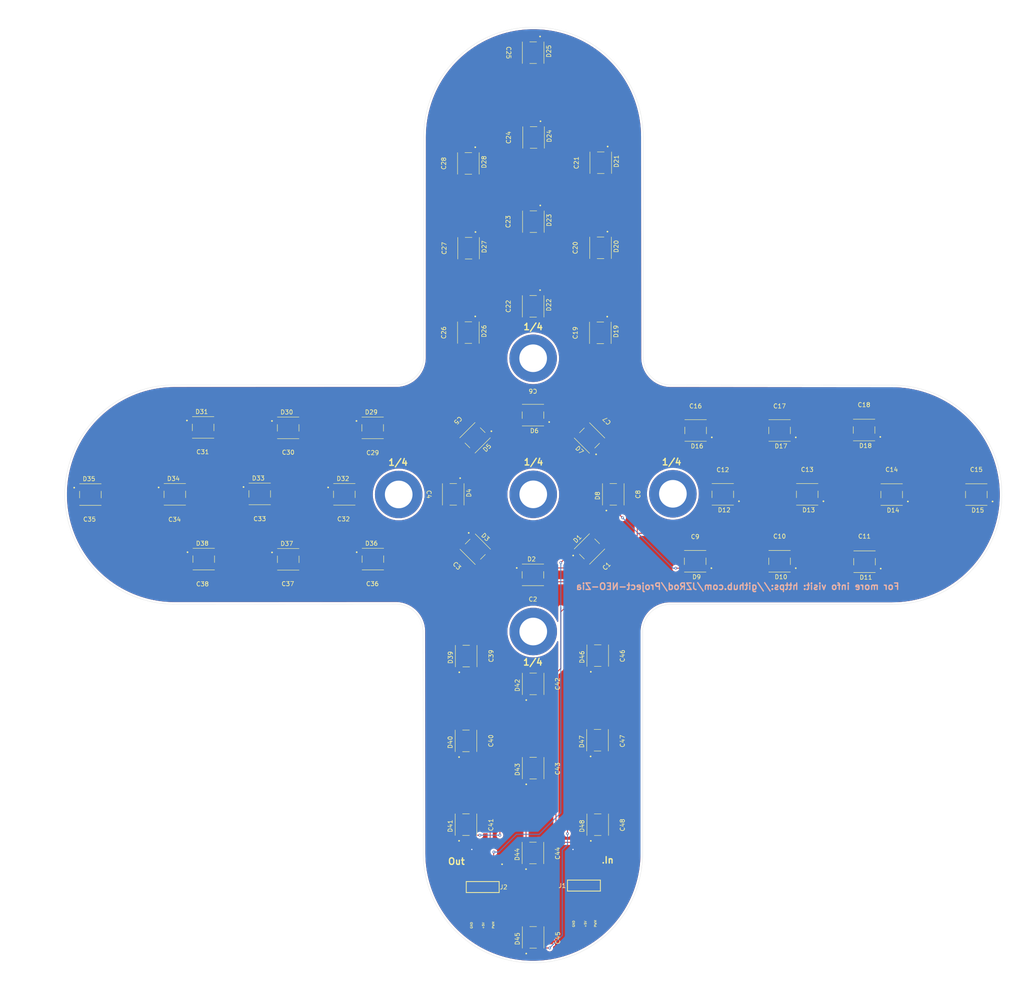
<source format=kicad_pcb>
(kicad_pcb (version 20241229) (generator "pcbnew") (generator_version "9.0")
  (title_block (title "Project NEO Zia") (date "5/19/2025") (rev "3"))
  (layers (0 "F.Cu" signal) (2 "B.Cu" signal) (13 "F.Paste" user) (15 "B.Paste" user) (5 "F.SilkS" user "F.Silkscreen") (7 "B.SilkS" user "B.Silkscreen") (1 "F.Mask" user) (3 "B.Mask" user) (25 "Edge.Cuts" user))
  (net 0 "")
  (net 1 "Net-(D1-DIN)")
  (net 2 "GND")
  (net 3 "Net-(D1-DOUT)")
  (net 4 "+5V")
  (net 5 "Net-(D2-DIN)")
  (net 6 "Net-(D10-DIN)")
  (net 7 "Net-(D3-DIN)")
  (net 8 "Net-(D5-DIN)")
  (net 9 "Net-(D6-DIN)")
  (net 10 "Net-(D4-DIN)")
  (net 11 "Net-(D7-DIN)")
  (net 12 "Net-(D10-DOUT)")
  (net 13 "Net-(D17-DIN)")
  (net 14 "Net-(D11-DIN)")
  (net 15 "Net-(D8-DIN)")
  (net 16 "Net-(D18-DIN)")
  (net 17 "Net-(D12-DIN)")
  (net 18 "Net-(D13-DIN)")
  (net 19 "Net-(D19-DIN)")
  (net 20 "Net-(D14-DIN)")
  (net 21 "Net-(D15-DIN)")
  (net 22 "Net-(D16-DIN)")
  (net 23 "Net-(D20-DIN)")
  (net 24 "Net-(D27-DIN)")
  (net 25 "Net-(D21-DIN)")
  (net 26 "Net-(D28-DIN)")
  (net 27 "Net-(D22-DIN)")
  (net 28 "Net-(D29-DIN)")
  (net 29 "Net-(D23-DIN)")
  (net 30 "Net-(D24-DIN)")
  (net 31 "Net-(D25-DIN)")
  (net 32 "Net-(D26-DIN)")
  (net 33 "Net-(D30-DIN)")
  (net 34 "Net-(D34-DIN)")
  (net 35 "Net-(D31-DIN)")
  (net 36 "Net-(D32-DIN)")
  (net 37 "Net-(D37-DIN)")
  (net 38 "Net-(D33-DIN)")
  (net 39 "Net-(D38-DIN)")
  (net 40 "Net-(D36-DIN)")
  (net 41 "Net-(D39-DIN)")
  (net 42 "Net-(D40-DIN)")
  (net 43 "Net-(D41-DIN)")
  (net 44 "Net-(D42-DIN)")
  (net 45 "Net-(D43-DIN)")
  (net 46 "Net-(D44-DIN)")
  (net 47 "Net-(D45-DIN)")
  (net 48 "Net-(D46-DIN)")
  (net 49 "Net-(D47-DIN)")
  (net 50 "Net-(D48-DIN)")
  (net 51 "Net-(D35-DIN)")
  (footprint "CustomParts:LED_1655" (layer "F.Cu") (at 212.95 233.3625 90)
    (property "Reference" "D44")
    (property "Value" "1655 NeoPixel")
  )
  (footprint "CustomParts:LED_1655" (layer "F.Cu") (at 289.6125 135.4 180)
    (property "Reference" "D18")
    (property "Value" "1655 NeoPixel")
  )
  (footprint "CustomParts:C0805C104M4RACTU" (layer "F.Cu") (at 296 146.45)
    (property "Reference" "C14")
    (property "Value" "C_Small")
  )
  (footprint "CustomParts:LED_1655" (layer "F.Cu") (at 156.3 165.35)
    (property "Reference" "D37")
    (property "Value" "1655 NeoPixel")
  )
  (footprint "CustomParts:LED_1655" (layer "F.Cu") (at 228.65 73.4875 -90)
    (property "Reference" "D21")
    (property "Value" "1655 NeoPixel")
  )
  (footprint "CustomParts:C0805C104M4RACTU" (layer "F.Cu") (at 276.45 146.45)
    (property "Reference" "C13")
    (property "Value" "C_Small")
  )
  (footprint "CustomParts:C0805C104M4RACTU" (layer "F.Cu") (at 216.8 213.85 -90)
    (property "Reference" "C43")
    (property "Value" "C_Small")
  )
  (footprint "CustomParts:LED_1655" (layer "F.Cu") (at 228.6 93.2 -90)
    (property "Reference" "D20")
    (property "Value" "1655 NeoPixel")
  )
  (footprint "CustomParts:LED_1655" (layer "F.Cu") (at 231.55 150.3 90)
    (property "Reference" "D8")
    (property "Value" "1655 NeoPixel")
  )
  (footprint "CustomParts:C0805C104M4RACTU" (layer "F.Cu") (at 130 154.25 180)
    (property "Reference" "C34")
    (property "Value" "C_Small")
  )
  (footprint "CustomParts:C0805C104M4RACTU" (layer "F.Cu") (at 136.45 169.2 180)
    (property "Reference" "C38")
    (property "Value" "C_Small")
  )
  (footprint "CustomParts:C0805C104M4RACTU" (layer "F.Cu") (at 270.05 161.9)
    (property "Reference" "C10")
    (property "Value" "C_Small")
  )
  (footprint "CustomParts:C0805C104M4RACTU" (layer "F.Cu") (at 149.7 154.1 180)
    (property "Reference" "C33")
    (property "Value" "C_Small")
  )
  (footprint "CustomParts:C0805C104M4RACTU" (layer "F.Cu") (at 194.2 73.65 90)
    (property "Reference" "C28")
    (property "Value" "C_Small")
  )
  (footprint "CustomParts:C0805C104M4RACTU" (layer "F.Cu") (at 136.5 138.6 180)
    (property "Reference" "C31")
    (property "Value" "C_Small")
  )
  (footprint "CustomParts:LED_1655" (layer "F.Cu") (at 213 252.9125 90)
    (property "Reference" "D45")
    (property "Value" "1655 NeoPixel")
  )
  (footprint "CustomParts:LED_1655" (layer "F.Cu") (at 156.2875 134.9)
    (property "Reference" "D30")
    (property "Value" "1655 NeoPixel")
  )
  (footprint "CustomParts:LED_1655" (layer "F.Cu") (at 296 150.35 180)
    (property "Reference" "D14")
    (property "Value" "1655 NeoPixel")
  )
  (footprint "CustomParts:C0805C104M4RACTU" (layer "F.Cu") (at 209.1 87.15 90)
    (property "Reference" "C23")
    (property "Value" "C_Small")
  )
  (footprint "CustomParts:LED_1655" (layer "F.Cu") (at 175.85 134.9)
    (property "Reference" "D29")
    (property "Value" "1655 NeoPixel")
  )
  (footprint "CustomParts:SAMTEC_TSM-103-02-X-SH" (layer "F.Cu") (at 201.325 241.255 180)
    (property "Reference" "J2")
    (property "Value" "TSM-103-02-X-SH")
  )
  (footprint "CustomParts:C0805C104M4RACTU" (layer "F.Cu") (at 209.15 106.75 90)
    (property "Reference" "C22")
    (property "Value" "C_Small")
  )
  (footprint "CustomParts:LED_1655" (layer "F.Cu") (at 175.9 165.3)
    (property "Reference" "D36")
    (property "Value" "1655 NeoPixel")
  )
  (footprint "CustomParts:LED_1655" (layer "F.Cu") (at 130.05 150.3)
    (property "Reference" "D34")
    (property "Value" "1655 NeoPixel")
  )
  (footprint "CustomParts:C0805C104M4RACTU" (layer "F.Cu") (at 231.8 187.72 -90)
    (property "Reference" "C46")
    (property "Value" "C_Small")
  )
  (footprint "CustomParts:C0805C104M4RACTU" (layer "F.Cu") (at 250.6 131.75)
    (property "Reference" "C16")
    (property "Value" "C_Small")
  )
  (footprint "CustomParts:C0805C104M4RACTU" (layer "F.Cu") (at 289.7 161.9)
    (property "Reference" "C11")
    (property "Value" "C_Small")
  )
  (footprint "CustomParts:C0805C104M4RACTU" (layer "F.Cu") (at 228.75 134.6 -45)
    (property "Reference" "C7")
    (property "Value" "C_Small")
  )
  (footprint "CustomParts:C0805C104M4RACTU" (layer "F.Cu") (at 190.75 150.3 90)
    (property "Reference" "C4")
    (property "Value" "C_Small")
  )
  (footprint "CustomParts:LED_1655" (layer "F.Cu") (at 149.7 150.2)
    (property "Reference" "D33")
    (property "Value" "1655 NeoPixel")
  )
  (footprint "CustomParts:C0805C104M4RACTU" (layer "F.Cu") (at 270.05 131.75)
    (property "Reference" "C17")
    (property "Value" "C_Small")
  )
  (footprint "CustomParts:LED_1655" (layer "F.Cu") (at 289.7125 165.9 180)
    (property "Reference" "D11")
    (property "Value" "1655 NeoPixel")
  )
  (footprint "CustomParts:C0805C104M4RACTU" (layer "F.Cu") (at 228.675 165.625 -135)
    (property "Reference" "C1")
    (property "Value" "C_Small")
  )
  (footprint "CustomParts:C0805C104M4RACTU" (layer "F.Cu") (at 156.3 138.7 180)
    (property "Reference" "C30")
    (property "Value" "C_Small")
  )
  (footprint "CustomParts:C0805C104M4RACTU" (layer "F.Cu") (at 224.65 93.2 90)
    (property "Reference" "C20")
    (property "Value" "C_Small")
  )
  (footprint "CustomParts:LED_1655" (layer "F.Cu") (at 212.95 168.95)
    (property "Reference" "D2")
    (property "Value" "1655 NeoPixel")
  )
  (footprint "CustomParts:LED_1655" (layer "F.Cu") (at 228.55 112.8875 -90)
    (property "Reference" "D19")
    (property "Value" "1655 NeoPixel")
  )
  (footprint "CustomParts:SAMTEC_TSM-103-02-X-SH" (layer "F.Cu") (at 224.75 240.925 180)
    (property "Reference" "J1")
    (property "Value" "TSM-103-02-X-SH")
  )
  (footprint "CustomParts:LED_1655" (layer "F.Cu") (at 226.05 162.95 45)
    (property "Reference" "D1")
    (property "Value" "1655 NeoPixel")
  )
  (footprint "MountingHole:MountingHole_6.4mm_M6_DIN965_Pad" (layer "F.Cu") (at 213.025 150.3)
    (property "Reference" "REF**" (hide yes))
    (property "Value" "MountingHole_6.4mm_M6_DIN965_Pad")
  )
  (footprint "CustomParts:C0805C104M4RACTU" (layer "F.Cu") (at 216.85 253.05 -90)
    (property "Reference" "C45")
    (property "Value" "C_Small")
  )
  (footprint "CustomParts:LED_1655" (layer "F.Cu") (at 197.45 207.4 90)
    (property "Reference" "D40")
    (property "Value" "1655 NeoPixel")
  )
  (footprint "CustomParts:LED_1655" (layer "F.Cu") (at 213.05 87.1375 -90)
    (property "Reference" "D23")
    (property "Value" "1655 NeoPixel")
  )
  (footprint "CustomParts:C0805C104M4RACTU" (layer "F.Cu") (at 156.2 169.15 180)
    (property "Reference" "C37")
    (property "Value" "C_Small")
  )
  (footprint "CustomParts:LED_1655" (layer "F.Cu") (at 212.9625 131.95 180)
    (property "Reference" "D6")
    (property "Value" "1655 NeoPixel")
  )
  (footprint "CustomParts:LED_1655" (layer "F.Cu") (at 213 48 -90)
    (property "Reference" "D25")
    (property "Value" "1655 NeoPixel")
  )
  (footprint "CustomParts:C0805C104M4RACTU" (layer "F.Cu") (at 212.95 128.25)
    (property "Reference" "C6")
    (property "Value" "C_Small")
  )
  (footprint "CustomParts:LED_1655" (layer "F.Cu") (at 227.95 187.65 90)
    (property "Reference" "D46")
    (property "Value" "1655 NeoPixel")
  )
  (footprint "CustomParts:C0805C104M4RACTU" (layer "F.Cu") (at 209.2 67.65 90)
    (property "Reference" "C24")
    (property "Value" "C_Small")
  )
  (footprint "CustomParts:C0805C104M4RACTU" (layer "F.Cu") (at 196.675 165.525 135)
    (property "Reference" "C3")
    (property "Value" "C_Small")
  )
  (footprint "CustomParts:C0805C104M4RACTU" (layer "F.Cu") (at 231.8 207.45 -90)
    (property "Reference" "C47")
    (property "Value" "C_Small")
  )
  (footprint "CustomParts:LED_1655" (layer "F.Cu") (at 194.5 150.3 -90)
    (property "Reference" "D4")
    (property "Value" "1655 NeoPixel")
  )
  (footprint "CustomParts:C0805C104M4RACTU" (layer "F.Cu") (at 201.35 226.85 -90)
    (property "Reference" "C41")
    (property "Value" "C_Small")
  )
  (footprint "CustomParts:C0805C104M4RACTU" (layer "F.Cu") (at 224.9 73.5 90)
    (property "Reference" "C21")
    (property "Value" "C_Small")
  )
  (footprint "CustomParts:C0805C104M4RACTU" (layer "F.Cu") (at 216.8 194.2 -90)
    (property "Reference" "C42")
    (property "Value" "C_Small")
  )
  (footprint "CustomParts:C0805C104M4RACTU" (layer "F.Cu") (at 175.85 138.8 180)
    (property "Reference" "C29")
    (property "Value" "C_Small")
  )
  (footprint "MountingHole:MountingHole_6.4mm_M6_DIN965_Pad" (layer "F.Cu") (at 213 118.775)
    (property "Reference" "REF**" (hide yes))
    (property "Value" "MountingHole_6.4mm_M6_DIN965_Pad")
  )
  (footprint "CustomParts:LED_1655" (layer "F.Cu") (at 199.601041 163.013782 -45)
    (property "Reference" "D3")
    (property "Value" "1655 NeoPixel")
  )
  (footprint "CustomParts:C0805C104M4RACTU" (layer "F.Cu") (at 169.1 154.15 180)
    (property "Reference" "C32")
    (property "Value" "C_Small")
  )
  (footprint "CustomParts:LED_1655" (layer "F.Cu") (at 226.05 137.25 135)
    (property "Reference" "D7")
    (property "Value" "1655 NeoPixel")
  )
  (footprint "CustomParts:C0805C104M4RACTU" (layer "F.Cu") (at 315.6 146.45)
    (property "Reference" "C15")
    (property "Value" "C_Small")
  )
  (footprint "CustomParts:C0805C104M4RACTU" (layer "F.Cu") (at 216.8 233.45 -90)
    (property "Reference" "C44")
    (property "Value" "C_Small")
  )
  (footprint "CustomParts:C0805C104M4RACTU" (layer "F.Cu") (at 224.65 112.9 90)
    (property "Reference" "C19")
    (property "Value" "C_Small")
  )
  (footprint "CustomParts:C0805C104M4RACTU" (layer "F.Cu") (at 196.925 134.5 45)
    (property "Reference" "C5")
    (property "Value" "C_Small")
  )
  (footprint "CustomParts:LED_1655" (layer "F.Cu") (at 227.9 207.25 90)
    (property "Reference" "D47")
    (property "Value" "1655 NeoPixel")
  )
  (footprint "CustomParts:LED_1655" (layer "F.Cu") (at 315.6 150.35 180)
    (property "Reference" "D15")
    (property "Value" "1655 NeoPixel")
  )
  (footprint "MountingHole:MountingHole_6.4mm_M6_DIN965_Pad" (layer "F.Cu") (at 181.875 150.325 180)
    (property "Reference" "REF**" (hide yes))
    (property "Value" "MountingHole_6.4mm_M6_DIN965_Pad")
  )
  (footprint "CustomParts:C0805C104M4RACTU" (layer "F.Cu") (at 201.4 187.75 -90)
    (property "Reference" "C39")
    (property "Value" "C_Small")
  )
  (footprint "CustomParts:LED_1655" (layer "F.Cu") (at 169.2875 150.3)
    (property "Reference" "D32")
    (property "Value" "1655 NeoPixel")
  )
  (footprint "MountingHole:MountingHole_6.4mm_M6_DIN965_Pad" (layer "F.Cu") (at 213.025 182.075 180)
    (property "Reference" "REF**" (hide yes))
    (property "Value" "MountingHole_6.4mm_M6_DIN965_Pad")
  )
  (footprint "CustomParts:C0805C104M4RACTU" (layer "F.Cu") (at 256.9 146.5)
    (property "Reference" "C12")
    (property "Value" "C_Small")
  )
  (footprint "CustomParts:LED_1655" (layer "F.Cu") (at 199.55 137.2 -135)
    (property "Reference" "D5")
    (property "Value" "1655 NeoPixel")
  )
  (footprint "CustomParts:LED_1655" (layer "F.Cu") (at 250.5125 165.8 180)
    (property "Reference" "D9")
    (property "Value" "1655 NeoPixel")
  )
  (footprint "CustomParts:C0805C104M4RACTU" (layer "F.Cu") (at 235.4 150.3 -90)
    (property "Reference" "C8")
    (property "Value" "C_Small")
  )
  (footprint "CustomParts:LED_1655" (layer "F.Cu") (at 213.1 67.6375 -90)
    (property "Reference" "D24")
    (property "Value" "1655 NeoPixel")
  )
  (footprint "CustomParts:C0805C104M4RACTU" (layer "F.Cu") (at 194.3 93.3 90)
    (property "Reference" "C27")
    (property "Value" "C_Small")
  )
  (footprint "CustomParts:C0805C104M4RACTU" (layer "F.Cu") (at 212.95 172.725 180)
    (property "Reference" "C2")
    (property "Value" "C_Small")
  )
  (footprint "CustomParts:LED_1655" (layer "F.Cu") (at 213 213.7125 90)
    (property "Reference" "D43")
    (property "Value" "1655 NeoPixel")
  )
  (footprint "CustomParts:LED_1655" (layer "F.Cu") (at 197.45 226.8 90)
    (property "Reference" "D41")
    (property "Value" "1655 NeoPixel")
  )
  (footprint "CustomParts:LED_1655" (layer "F.Cu") (at 276.45 150.3 180)
    (property "Reference" "D13")
    (property "Value" "1655 NeoPixel")
  )
  (footprint "CustomParts:C0805C104M4RACTU" (layer "F.Cu") (at 110.3 154.2 180)
    (property "Reference" "C35")
    (property "Value" "C_Small")
  )
  (footprint "CustomParts:LED_1655" (layer "F.Cu") (at 250.6125 135.5 180)
    (property "Reference" "D16")
    (property "Value" "1655 NeoPixel")
  )
  (footprint "CustomParts:C0805C104M4RACTU" (layer "F.Cu") (at 175.8 169.15 180)
    (property "Reference" "C36")
    (property "Value" "C_Small")
  )
  (footprint "CustomParts:C0805C104M4RACTU" (layer "F.Cu") (at 289.6 131.45)
    (property "Reference" "C18")
    (property "Value" "C_Small")
  )
  (footprint "CustomParts:C0805C104M4RACTU" (layer "F.Cu") (at 231.8 226.9 -90)
    (property "Reference" "C48")
    (property "Value" "C_Small")
  )
  (footprint "CustomParts:LED_1655" (layer "F.Cu") (at 198 112.8375 -90)
    (property "Reference" "D26")
    (property "Value" "1655 NeoPixel")
  )
  (footprint "CustomParts:LED_1655" (layer "F.Cu") (at 227.95 226.8125 90)
    (property "Reference" "D48")
    (property "Value" "1655 NeoPixel")
  )
  (footprint "CustomParts:LED_1655" (layer "F.Cu") (at 136.7375 165.3)
    (property "Reference" "D38")
    (property "Value" "1655 NeoPixel")
  )
  (footprint "CustomParts:C0805C104M4RACTU" (layer "F.Cu") (at 194.2 112.85 90)
    (property "Reference" "C26")
    (property "Value" "C_Small")
  )
  (footprint "CustomParts:LED_1655" (layer "F.Cu") (at 136.6 134.8)
    (property "Reference" "D31")
    (property "Value" "1655 NeoPixel")
  )
  (footprint "CustomParts:LED_1655" (layer "F.Cu") (at 213 106.75 -90)
    (property "Reference" "D22")
    (property "Value" "1655 NeoPixel")
  )
  (footprint "CustomParts:C0805C104M4RACTU" (layer "F.Cu") (at 201.35 207.4 -90)
    (property "Reference" "C40")
    (property "Value" "C_Small")
  )
  (footprint "CustomParts:LED_1655" (layer "F.Cu") (at 197.5 187.7625 90)
    (property "Reference" "D39")
    (property "Value" "1655 NeoPixel")
  )
  (footprint "CustomParts:LED_1655" (layer "F.Cu") (at 198 73.65 -90)
    (property "Reference" "D28")
    (property "Value" "1655 NeoPixel")
  )
  (footprint "CustomParts:C0805C104M4RACTU" (layer "F.Cu") (at 209.2 48 90)
    (property "Reference" "C25")
    (property "Value" "C_Small")
  )
  (footprint "CustomParts:LED_1655" (layer "F.Cu") (at 198.05 93.2875 -90)
    (property "Reference" "D27")
    (property "Value" "1655 NeoPixel")
  )
  (footprint "CustomParts:C0805C104M4RACTU" (layer "F.Cu") (at 250.5 162)
    (property "Reference" "C9")
    (property "Value" "C_Small")
  )
  (footprint "CustomParts:LED_1655" (layer "F.Cu") (at 270.05 135.5 180)
    (property "Reference" "D17")
    (property "Value" "1655 NeoPixel")
  )
  (footprint "MountingHole:MountingHole_6.4mm_M6_DIN965_Pad" (layer "F.Cu") (at 245.35 150.175)
    (property "Reference" "REF**" (hide yes))
    (property "Value" "MountingHole_6.4mm_M6_DIN965_Pad")
  )
  (footprint "CustomParts:LED_1655" (layer "F.Cu") (at 270.05 165.8 180)
    (property "Reference" "D10")
    (property "Value" "1655 NeoPixel")
  )
  (footprint "CustomParts:LED_1655" (layer "F.Cu") (at 110.5 150.35)
    (property "Reference" "D35")
    (property "Value" "1655 NeoPixel")
  )
  (footprint "CustomParts:LED_1655" (layer "F.Cu") (at 213 194.2 90)
    (property "Reference" "D42")
    (property "Value" "1655 NeoPixel")
  )
  (footprint "CustomParts:LED_1655" (layer "F.Cu") (at 256.9 150.3 180)
    (property "Reference" "D12")
    (property "Value" "1655 NeoPixel")
  )
  (gr_line (start 296.125 175.8) (end 244.7 175.8) (stroke (width 0.05)) (layer "Edge.Cuts"))
  (gr_line (start 187.55 233.425) (end 187.51 182.075) (stroke (width 0.05)) (layer "Edge.Cuts"))
  (gr_line (start 238.47498 67.475) (end 238.515128 118.6) (stroke (width 0.05)) (layer "Edge.Cuts"))
  (gr_arc (start 238.35 233.425) (mid 212.95 258.825) (end 187.55 233.425) (stroke (width 0.05)) (layer "Edge.Cuts"))
  (gr_arc (start 296.125 125) (mid 321.525 150.4) (end 296.125 175.8) (stroke (width 0.05)) (layer "Edge.Cuts"))
  (gr_arc (start 238.35 182.15) (mid 240.209872 177.659872) (end 244.7 175.8) (stroke (width 0.05)) (layer "Edge.Cuts"))
  (gr_line (start 129.975 175.75) (end 181.16 175.725) (stroke (width 0.05)) (layer "Edge.Cuts"))
  (gr_line (start 187.675 67.475) (end 187.659872 118.575) (stroke (width 0.05)) (layer "Edge.Cuts"))
  (gr_arc (start 187.659872 118.575) (mid 185.8 123.065128) (end 181.309872 124.925) (stroke (width 0.05)) (layer "Edge.Cuts"))
  (gr_arc (start 181.16 175.725) (mid 185.650128 177.584872) (end 187.51 182.075) (stroke (width 0.05)) (layer "Edge.Cuts"))
  (gr_arc (start 244.865128 124.95) (mid 240.375 123.090128) (end 238.515128 118.6) (stroke (width 0.05)) (layer "Edge.Cuts"))
  (gr_arc (start 129.975 175.75) (mid 104.575 150.35) (end 129.975 124.95) (stroke (width 0.05)) (layer "Edge.Cuts"))
  (gr_line (start 129.975 124.95) (end 181.309872 124.925) (stroke (width 0.05)) (layer "Edge.Cuts"))
  (gr_line (start 296.125 125) (end 244.8651 124.95) (stroke (width 0.05)) (layer "Edge.Cuts"))
  (gr_line (start 238.35 233.425) (end 238.35 182.15) (stroke (width 0.05)) (layer "Edge.Cuts"))
  (gr_arc (start 187.675 67.475) (mid 213.075 42.075) (end 238.475 67.475) (stroke (width 0.05)) (layer "Edge.Cuts"))
  (gr_text "GND" (at 199.025 250.95 90) (layer "F.SilkS") (effects (font (size 0.5 0.5) (thickness 0.1) (bold yes)) (justify left bottom)))
  (gr_text "PWM" (at 204.075 250.95 90) (layer "F.SilkS") (effects (font (size 0.5 0.5) (thickness 0.1) (bold yes)) (justify left bottom)))
  (gr_text "1/4" (at 242.65 143.675 0) (layer "F.SilkS") (effects (font (size 1.5 1.5) (thickness 0.3) (bold yes)) (justify left bottom)))
  (gr_text "PWM" (at 227.725 250.6 90) (layer "F.SilkS") (effects (font (size 0.5 0.5) (thickness 0.1) (bold yes)) (justify left bottom)))
  (gr_text "1/4" (at 179.325 143.775 0) (layer "F.SilkS") (effects (font (size 1.5 1.5) (thickness 0.3) (bold yes)) (justify left bottom)))
  (gr_text "In" (at 229.35 235.9 0) (layer "F.SilkS") (effects (font (size 1.5 1.5) (thickness 0.3) (bold yes)) (justify left bottom)))
  (gr_text "1/4" (at 210.6 112.375 0) (layer "F.SilkS") (effects (font (size 1.5 1.5) (thickness 0.3) (bold yes)) (justify left bottom)))
  (gr_text "GND" (at 222.675 250.6 90) (layer "F.SilkS") (effects (font (size 0.5 0.5) (thickness 0.1) (bold yes)) (justify left bottom)))
  (gr_text "1/4" (at 210.675 143.7 0) (layer "F.SilkS") (effects (font (size 1.5 1.5) (thickness 0.3) (bold yes)) (justify left bottom)))
  (gr_text "Out" (at 193.15 236.2 0) (layer "F.SilkS") (effects (font (size 1.5 1.5) (thickness 0.3) (bold yes)) (justify left bottom)))
  (gr_text "1/4" (at 210.525 190.05 0) (layer "F.SilkS") (effects (font (size 1.5 1.5) (thickness 0.3) (bold yes)) (justify left bottom)))
  (gr_text "+5V" (at 225.4 250.65 90) (layer "F.SilkS") (effects (font (size 0.5 0.5) (thickness 0.1) (bold yes)) (justify left bottom)))
  (gr_text "+5V" (at 201.75 251 90) (layer "F.SilkS") (effects (font (size 0.5 0.5) (thickness 0.1) (bold yes)) (justify left bottom)))
  (gr_text "For more info visit: https://github.com/JZRod/Project-NEO-Zia" (at 297.925 172.525 0) (layer "B.SilkS") (effects (font (size 1.5 1.5) (thickness 0.3) (bold yes)) (justify left bottom mirror)))
  (segment (start 223.912741 167.35) (end 225.448959 165.813782) (width 0.2) (layer "F.Cu") (net 1))
  (segment (start 215.4 167.35) (end 223.912741 167.35) (width 0.2) (layer "F.Cu") (net 1))
  (via (at 198.8 232.55) (size 0.6) (drill 0.3) (layers "F.Cu" "B.Cu") (net 2))
  (via (at 222.225 232.55) (size 0.6) (drill 0.3) (layers "F.Cu" "B.Cu") (net 2))
  (segment (start 203.9 233.15) (end 203.865 233.185) (width 0.2) (layer "F.Cu") (net 3))
  (segment (start 203.865 233.185) (end 203.865 235.975) (width 0.2) (layer "F.Cu") (net 3))
  (segment (start 223.888782 160.086218) (end 221.125 162.85) (width 0.2) (layer "F.Cu") (net 3))
  (segment (start 226.651041 160.086218) (end 223.888782 160.086218) (width 0.2) (layer "F.Cu") (net 3))
  (segment (start 221.125 164.4) (end 219.4 166.125) (width 0.2) (layer "F.Cu") (net 3))
  (segment (start 221.125 162.85) (end 221.125 164.4) (width 0.2) (layer "F.Cu") (net 3))
  (via (at 219.4 166.125) (size 0.6) (drill 0.3) (layers "F.Cu" "B.Cu") (net 3))
  (via (at 203.9 233.15) (size 0.6) (drill 0.3) (layers "F.Cu" "B.Cu") (net 3))
  (segment (start 219.4 166.125) (end 219.4 224.05) (width 0.2) (layer "B.Cu") (net 3))
  (segment (start 219.4 224.05) (end 214.4 229.05) (width 0.2) (layer "B.Cu") (net 3))
  (segment (start 205.025 233.15) (end 203.9 233.15) (width 0.2) (layer "B.Cu") (net 3))
  (segment (start 214.4 229.05) (end 209.125 229.05) (width 0.2) (layer "B.Cu") (net 3))
  (segment (start 209.125 229.05) (end 205.025 233.15) (width 0.2) (layer "B.Cu") (net 3))
  (segment (start 110.73 154.17) (end 112.95 151.95) (width 0.2) (layer "F.Cu") (net 4))
  (segment (start 143.1125 170.825) (end 139.1875 166.9) (width 0.2) (layer "F.Cu") (net 4))
  (segment (start 178.3 136.5) (end 178.3 140.325) (width 0.2) (layer "F.Cu") (net 4))
  (segment (start 201.1075 187.32) (end 199.1 185.3125) (width 0.2) (layer "F.Cu") (net 4))
  (segment (start 237.1 140.675) (end 223.1 126.675) (width 0.2) (layer "F.Cu") (net 4))
  (segment (start 192.9 152.75) (end 189.1 152.75) (width 0.2) (layer "F.Cu") (net 4))
  (segment (start 194.4425 93.73) (end 196.45 95.7375) (width 0.2) (layer "F.Cu") (net 4))
  (segment (start 156.73 138.5075) (end 158.7375 136.5) (width 0.2) (layer "F.Cu") (net 4))
  (segment (start 178.35 166.9) (end 178.35 170.825) (width 0.2) (layer "F.Cu") (net 4))
  (segment (start 219.4 176.55) (end 219.4 177.525) (width 0.2) (layer "F.Cu") (net 4))
  (segment (start 214.6 191.75) (end 218.275 191.75) (width 0.2) (layer "F.Cu") (net 4))
  (segment (start 136.93 138.6) (end 136.93 138.52) (width 0.2) (layer "F.Cu") (net 4))
  (segment (start 143 140.35) (end 139.05 136.4) (width 0.2) (layer "F.Cu") (net 4))
  (segment (start 196.4 115.2875) (end 192.1875 115.2875) (width 0.2) (layer "F.Cu") (net 4))
  (segment (start 233.725 185.2) (end 233.75 185.175) (width 0.2) (layer "F.Cu") (net 4))
  (segment (start 233.75 164.75) (end 233.75 185.175) (width 0.2) (layer "F.Cu") (net 4))
  (segment (start 132.5 152.18) (end 132.5 151.9) (width 0.2) (layer "F.Cu") (net 4))
  (segment (start 289.27 161.9) (end 289.27 162.2925) (width 0.2) (layer "F.Cu") (net 4))
  (segment (start 216.8 213.42) (end 216.7575 213.42) (width 0.2) (layer "F.Cu") (net 4))
  (segment (start 169.53 154.1075) (end 171.7375 151.9) (width 0.2) (layer "F.Cu") (net 4))
  (segment (start 248.1625 129.7375) (end 248.15 129.725) (width 0.2) (layer "F.Cu") (net 4))
  (segment (start 201.12 226.42) (end 199.05 224.35) (width 0.2) (layer "F.Cu") (net 4))
  (segment (start 250.07 162.1925) (end 248.0625 164.2) (width 0.2) (layer "F.Cu") (net 4))
  (segment (start 218.3875 230.9125) (end 214.55 230.9125) (width 0.2) (layer "F.Cu") (net 4))
  (segment (start 248.1625 133.9) (end 248.1625 129.7375) (width 0.2) (layer "F.Cu") (net 4))
  (segment (start 274 148.7) (end 274 145.15) (width 0.2) (layer "F.Cu") (net 4))
  (segment (start 231.64 187.29) (end 231.8 187.29) (width 0.2) (layer "F.Cu") (net 4))
  (segment (start 233.15 147.85) (end 237.075 147.85) (width 0.2) (layer "F.Cu") (net 4))
  (segment (start 207.175 109.225) (end 207.175 89.575) (width 0.2) (layer "F.Cu") (net 4))
  (segment (start 218.2625 211.2625) (end 218.275 211.275) (width 0.2) (layer "F.Cu") (net 4))
  (segment (start 158.7375 136.5) (end 158.7375 140.3375) (width 0.2) (layer "F.Cu") (net 4))
  (segment (start 233.75 220.1625) (end 229.55 224.3625) (width 0.2) (layer "F.Cu") (net 4))
  (segment (start 225.448959 134.386218) (end 227.872677 131.9625) (width 0.2) (layer "F.Cu") (net 4))
  (segment (start 248.075 159.325) (end 267.6 159.325) (width 0.2) (layer "F.Cu") (net 4))
  (segment (start 192.175 123.275) (end 192.175 122.975) (width 0.2) (layer "F.Cu") (net 4))
  (segment (start 222.5375 115.3375) (end 222.5 115.3) (width 0.2) (layer "F.Cu") (net 4))
  (segment (start 219.4 190.625) (end 218.275 191.75) (width 0.2) (layer "F.Cu") (net 4))
  (segment (start 171.7375 155.7375) (end 171.725 155.75) (width 0.2) (layer "F.Cu") (net 4))
  (segment (start 203.05 185.3) (end 203.05 175.525) (width 0.2) (layer "F.Cu") (net 4))
  (segment (start 267.6 163.92) (end 267.6 164.2) (width 0.2) (layer "F.Cu") (net 4))
  (segment (start 216.6575 233.02) (end 214.55 230.9125) (width 0.2) (layer "F.Cu") (net 4))
  (segment (start 222.525 95.65) (end 222.5 95.675) (width 0.2) (layer "F.Cu") (net 4))
  (segment (start 228.979056 162.414233) (end 228.913782 162.348959) (width 0.2) (layer "F.Cu") (net 4))
  (segment (start 218.275 191.75) (end 218.275 211.275) (width 0.2) (layer "F.Cu") (net 4))
  (segment (start 136.88 169.2) (end 136.8875 169.2) (width 0.2) (layer "F.Cu") (net 4))
  (segment (start 196.45 95.7375) (end 192.2625 95.7375) (width 0.2) (layer "F.Cu") (net 4))
  (segment (start 190.88 150.73) (end 192.9 152.75) (width 0.2) (layer "F.Cu") (net 4))
  (segment (start 205.975 110.425) (end 205.975 126.675) (width 0.2) (layer "F.Cu") (net 4))
  (segment (start 293.55 145.15) (end 309.55 145.15) (width 0.2) (layer "F.Cu") (net 4))
  (segment (start 211.45 89.5875) (end 207.1875 89.5875) (width 0.2) (layer "F.Cu") (net 4))
  (segment (start 253.075 143.775) (end 237.1 143.775) (width 0.2) (layer "F.Cu") (net 4))
  (segment (start 200.153574 165.829056) (end 200.202082 165.877564) (width 0.2) (layer "F.Cu") (net 4))
  (segment (start 201.4 187.32) (end 201.1075 187.32) (width 0.2) (layer "F.Cu") (net 4))
  (segment (start 158.75 170.8) (end 158.725 170.825) (width 0.2) (layer "F.Cu") (net 4))
  (segment (start 227 95.65) (end 222.525 95.65) (width 0.2) (layer "F.Cu") (net 4))
  (segment (start 203.05 204.975) (end 203.05 185.3) (width 0.2) (layer "F.Cu") (net 4))
  (segment (start 189.1 140.075) (end 189.1 140.45) (width 0.2) (layer "F.Cu") (net 4))
  (segment (start 177.05 140.35) (end 189 140.35) (width 0.2) (layer "F.Cu") (net 4))
  (segment (start 222.5 114.85) (end 222.5 95.675) (width 0.2) (layer "F.Cu") (net 4))
  (segment (start 287.1625 133.8) (end 289.17 131.7925) (width 0.2) (layer "F.Cu") (net 4))
  (segment (start 283.0875 129.725) (end 267.575 129.725) (width 0.2) (layer "F.Cu") (net 4))
  (segment (start 203.05 232.125) (end 203.05 224.35) (width 0.2) (layer "F.Cu") (net 4))
  (segment (start 237.1 159.35) (end 237.1 147.825) (width 0.2) (layer "F.Cu") (net 4))
  (segment (start 176.28 138.52) (end 178.3 136.5) (width 0.2) (layer "F.Cu") (net 4))
  (segment (start 215.4 170.705) (end 213.38 172.725) (width 0.2) (layer "F.Cu") (net 4))
  (segment (start 209.2 48.43) (end 209.38 48.43) (width 0.2) (layer "F.Cu") (net 4))
  (segment (start 229.55 224.3625) (end 229.6925 224.3625) (width 0.2) (layer "F.Cu") (net 4))
  (segment (start 199.33 204.95) (end 199.05 204.95) (width 0.2) (layer "F.Cu") (net 4))
  (segment (start 295.57 146.45) (end 295.57 146.73) (width 0.2) (layer "F.Cu") (net 4))
  (segment (start 216.8 233.02) (end 216.6575 233.02) (width 0.2) (layer "F.Cu") (net 4))
  (segment (start 176.23 169.15) (end 176.23 169.02) (width 0.2) (layer "F.Cu") (net 4))
  (segment (start 209.1 87.58) (end 209.4425 87.58) (width 0.2) (layer "F.Cu") (net 4))
  (segment (start 237.1 143.775) (end 237.1 140.675) (width 0.2) (layer "F.Cu") (net 4))
  (segment (start 224.98 93.63) (end 227 95.65) (width 0.2) (layer "F.Cu") (net 4))
  (segment (start 256.47 146.5) (end 256.47 146.68) (width 0.2) (layer "F.Cu") (net 4))
  (segment (start 150.13 153.82) (end 152.15 151.8) (width 0.2) (layer "F.Cu") (net 4))
  (segment (start 254.45 145.15) (end 274 145.15) (width 0.2) (layer "F.Cu") (net 4))
  (segment (start 269.62 131.88) (end 267.6 133.9) (width 0.2) (layer "F.Cu") (net 4))
  (segment (start 152.15 155.725) (end 152.175 155.75) (width 0.2) (layer "F.Cu") (net 4))
  (segment (start 203.0375 185.3125) (end 203.05 185.3) (width 0.2) (layer "F.Cu") (net 4))
  (segment (start 218.275 246.7875) (end 214.6 250.4625) (width 0.2) (layer "F.Cu") (net 4))
  (segment (start 207.1875 89.5875) (end 207.175 89.575) (width 0.2) (layer "F.Cu") (net 4))
  (segment (start 195.35 167.2) (end 203.05 174.9) (width 0.2) (layer "F.Cu") (net 4))
  (segment (start 210.5125 130.35) (end 210.5125 126.6875) (width 0.2) (layer "F.Cu") (net 4))
  (segment (start 214.6925 250.4625) (end 216.85 252.62) (width 0.2) (layer "F.Cu") (net 4))
  (segment (start 203.05 224.35) (end 203.05 204.975) (width 0.2) (layer "F.Cu") (net 4))
  (segment (start 194.2 74.08) (end 196.22 76.1) (width 0.2) (layer "F.Cu") (net 4))
  (segment (start 315.17 146.45) (end 315.17 146.73) (width 0.2) (layer "F.Cu") (net 4))
  (segment (start 223.1 126.675) (end 222.5 126.675) (width 0.2) (layer "F.Cu") (net 4))
  (segment (start 226.9075 75.9375) (end 224.9 73.93) (width 0.2) (layer "F.Cu") (net 4))
  (segment (start 282.2875 159.325) (end 287.2625 164.3) (width 0.2) (layer "F.Cu") (net 4))
  (segment (start 152.15 151.8) (end 152.15 155.725) (width 0.2) (layer "F.Cu") (net 4))
  (segment (start 189.1 140.45) (end 189.1 152.75) (width 0.2) (layer "F.Cu") (net 4))
  (segment (start 169.53 154.15) (end 169.53 154.1075) (width 0.2) (layer "F.Cu") (net 4))
  (segment (start 207.2 109.2) (end 207.175 109.225) (width 0.2) (layer "F.Cu") (net 4))
  (segment (start 158.75 140.35) (end 143 140.35) (width 0.2) (layer "F.Cu") (net 4))
  (segment (start 212.52 128.25) (end 212.52 128.3425) (width 0.2) (layer "F.Cu") (net 4))
  (segment (start 226.375 170.55) (end 231.7375 165.1875) (width 0.2) (layer "F.Cu") (net 4))
  (segment (start 224.75 233) (end 222.65 230.9) (width 0.2) (layer "F.Cu") (net 4))
  (segment (start 189.1 157.175) (end 189.1 160.95) (width 0.2) (layer "F.Cu") (net 4))
  (segment (start 248.15 129.725) (end 230.110177 129.725) (width 0.2) (layer "F.Cu") (net 4))
  (segment (start 315.17 146.73) (end 313.15 148.75) (width 0.2) (layer "F.Cu") (net 4))
  (segment (start 207.175 70.075) (end 207.175 54.675) (width 0.2) (layer "F.Cu") (net 4))
  (segment (start 136.93 138.52) (end 139.05 136.4) (width 0.2) (layer "F.Cu") (net 4))
  (segment (start 192.175 123.25) (end 199.05 130.125) (width 0.2) (layer "F.Cu") (net 4))
  (segment (start 228.913782 162.348959) (end 231.7375 165.172677) (width 0.2) (layer "F.Cu") (net 4))
  (segment (start 222.65 230.9) (end 218.4 230.9) (width 0.2) (layer "F.Cu") (net 4))
  (segment (start 177.05 140.35) (end 158.75 140.35) (width 0.2) (layer "F.Cu") (net 4))
  (segment (start 225.539233 134.295944) (end 225.448959 134.386218) (width 0.2) (layer "F.Cu") (net 4))
  (segment (start 210.5125 126.6875) (end 210.525 126.675) (width 0.2) (layer "F.Cu") (net 4))
  (segment (start 237.1 147.825) (end 237.1 143.775) (width 0.2) (layer "F.Cu") (net 4))
  (segment (start 233.75 185.175) (end 233.75 204.8) (width 0.2) (layer "F.Cu") (net 4))
  (segment (start 295.57 146.73) (end 293.55 148.75) (width 0.2) (layer "F.Cu") (net 4))
  (segment (start 226.95 115.3375) (end 222.5375 115.3375) (width 0.2) (layer "F.Cu") (net 4))
  (segment (start 207.1875 70.0875) (end 207.175 70.075) (width 0.2) (layer "F.Cu") (net 4))
  (segment (start 215.4 170.55) (end 226.375 170.55) (width 0.2) (layer "F.Cu") (net 4))
  (segment (start 227.05 75.9375) (end 226.9075 75.9375) (width 0.2) (layer "F.Cu") (net 4))
  (segment (start 207.175 54.675) (end 211.4 50.45) (width 0.2) (layer "F.Cu") (net 4))
  (segment (start 210.525 126.675) (end 205.975 126.675) (width 0.2) (layer "F.Cu") (net 4))
  (segment (start 235.17 149.87) (end 233.15 147.85) (width 0.2) (layer "F.Cu") (net 4))
  (segment (start 201.35 226.42) (end 201.12 226.42) (width 0.2) (layer "F.Cu") (net 4))
  (segment (start 171.725 155.75) (end 152.175 155.75) (width 0.2) (layer "F.Cu") (net 4))
  (segment (start 199.1 185.3125) (end 203.0375 185.3125) (width 0.2) (layer "F.Cu") (net 4))
  (segment (start 201.325 233.85) (end 203.05 232.125) (width 0.2) (layer "F.Cu") (net 4))
  (segment (start 256.47 146.68) (end 254.45 148.7) (width 0.2) (layer "F.Cu") (net 4))
  (segment (start 237.075 147.85) (end 237.1 147.825) (width 0.2) (layer "F.Cu") (net 4))
  (segment (start 194.3 93.73) (end 194.4425 93.73) (width 0.2) (layer "F.Cu") (net 4))
  (segment (start 194.1375 135.252323) (end 194.1375 135.2375) (width 0.2) (layer "F.Cu") (net 4))
  (segment (start 199.05 224.35) (end 203.05 224.35) (width 0.2) (layer "F.Cu") (net 4))
  (segment (start 254.45 145.15) (end 253.075 143.775) (width 0.2) (layer "F.Cu") (net 4))
  (segment (start 227.872677 131.9625) (end 227.8875 131.9625) (width 0.2) (layer "F.Cu") (net 4))
  (segment (start 224.65 113.33) (end 224.9425 113.33) (width 0.2) (layer "F.Cu") (net 4))
  (segment (start 209.2 68.08) (end 209.4925 68.08) (width 0.2) (layer "F.Cu") (net 4))
  (segment (start 199.05 130.125) (end 189.1 140.075) (width 0.2) (layer "F.Cu") (net 4))
  (segment (start 274 145.15) (end 293.55 145.15) (width 0.2) (layer "F.Cu") (net 4))
  (segment (start 192.1875 115.2875) (end 192.175 115.275) (width 0.2) (layer "F.Cu") (net 4))
  (segment (start 222.5 115.3) (end 222.5 114.85) (width 0.2) (layer "F.Cu") (net 4))
  (segment (start 218.4 230.9) (end 218.275 230.9) (width 0.2) (layer "F.Cu") (net 4))
  (segment (start 158.7375 140.3375) (end 158.75 140.35) (width 0.2) (layer "F.Cu") (net 4))
  (segment (start 178.325 140.35) (end 177.05 140.35) (width 0.2) (layer "F.Cu") (net 4))
  (segment (start 192.175 115.275) (end 192.175 95.825) (width 0.2) (layer "F.Cu") (net 4))
  (segment (start 233.75 204.8) (end 233.75 220.1625) (width 0.2) (layer "F.Cu") (net 4))
  (segment (start 229.5 204.8) (end 229.58 204.8) (width 0.2) (layer "F.Cu") (net 4))
  (segment (start 211.4 109.2) (end 207.2 109.2) (width 0.2) (layer "F.Cu") (net 4))
  (segment (start 293.55 148.75) (end 293.55 145.15) (width 0.2) (layer "F.Cu") (net 4))
  (segment (start 205.975 126.675) (end 202.5 126.675) (width 0.2) (layer "F.Cu") (net 4))
  (segment (start 156.63 169.15) (end 156.63 169.07) (width 0.2) (layer "F.Cu") (net 4))
  (segment (start 176.28 138.8) (end 176.28 138.52) (width 0.2) (layer "F.Cu") (net 4))
  (segment (start 192.2625 95.7375) (end 192.175 95.825) (width 0.2) (layer "F.Cu") (net 4))
  (segment (start 267.6 159.325) (end 282.2875 159.325) (width 0.2) (layer "F.Cu") (net 4))
  (segment (start 199.05 204.95) (end 203.025 204.95) (width 0.2) (layer "F.Cu") (net 4))
  (segment (start 212.52 128.3425) (end 210.5125 130.35) (width 0.2) (layer "F.Cu") (net 4))
  (segment (start 189 140.35) (end 189.1 140.45) (width 0.2) (layer "F.Cu") (net 4))
  (segment (start 158.725 170.825) (end 143.1125 170.825) (width 0.2) (layer "F.Cu") (net 4))
  (segment (start 197.154646 168.925) (end 197.15 168.925) (width 0.2) (layer "F.Cu") (net 4))
  (segment (start 196.686218 137.801041) (end 194.1375 135.252323) (width 0.2) (layer "F.Cu") (net 4))
  (segment (start 158.75 166.95) (end 158.75 170.8) (width 0.2) (layer "F.Cu") (net 4))
  (segment (start 289.17 131.7925) (end 289.17 131.45) (width 0.2) (layer "F.Cu") (net 4))
  (segment (start 218.275 211.275) (end 218.275 230.9) (width 0.2) (layer "F.Cu") (net 4))
  (segment (start 194.2 113.28) (end 194.3925 113.28) (width 0.2) (layer "F.Cu") (net 4))
  (segment (start 230.110177 129.725) (end 227.872677 131.9625) (width 0.2) (layer "F.Cu") (net 4))
  (segment (start 156.63 169.07) (end 158.75 166.95) (width 0.2) (layer "F.Cu") (net 4))
  (segment (start 267.6 164.2) (end 267.6 159.325) (width 0.2) (layer "F.Cu") (net 4))
  (segment (start 218.275 230.9) (end 218.275 246.7875) (width 0.2) (layer "F.Cu") (net 4))
  (segment (start 219.4 177.525) (end 219.4 190.625) (width 0.2) (layer "F.Cu") (net 4))
  (segment (start 207.175 89.575) (end 207.175 70.075) (width 0.2) (layer "F.Cu") (net 4))
  (segment (start 229.5 204.8) (end 233.75 204.8) (width 0.2) (layer "F.Cu") (net 4))
  (segment (start 224.75 235.645) (end 224.75 233) (width 0.2) (layer "F.Cu") (net 4))
  (segment (start 110.73 154.2) (end 110.73 154.17) (width 0.2) (layer "F.Cu") (net 4))
  (segment (start 136.8875 169.2) (end 139.1875 166.9) (width 0.2) (layer "F.Cu") (net 4))
  (segment (start 215.4 170.55) (end 215.4 170.705) (width 0.2) (layer "F.Cu") (net 4))
  (segment (start 276.02 146.45) (end 276.02 146.68) (width 0.2) (layer "F.Cu") (net 4))
  (segment (start 289.27 162.2925) (end 287.2625 164.3) (width 0.2) (layer "F.Cu") (net 4))
  (segment (start 209.15 107.18) (end 209.38 107.18) (width 0.2) (layer "F.Cu") (net 4))
  (segment (start 201.35 206.97) (end 199.33 204.95) (width 0.2) (layer "F.Cu") (net 4))
  (segment (start 201.325 235.975) (end 201.325 233.85) (width 0.2) (layer "F.Cu") (net 4))
  (segment (start 222.5 126.675) (end 210.525 126.675) (width 0.2) (layer "F.Cu") (net 4))
  (segment (start 232.9625 163.9625) (end 237.1 159.825) (width 0.2) (layer "F.Cu") (net 4))
  (segment (start 178.3 140.325) (end 178.325 140.35) (width 0.2) (layer "F.Cu") (net 4))
  (segment (start 214.6 211.2625) (end 218.2625 211.2625) (width 0.2) (layer "F.Cu") (net 4))
  (segment (start 229.55 185.2) (end 233.725 185.2) (width 0.2) (layer "F.Cu") (net 4))
  (segment (start 233.75 164.75) (end 232.9625 163.9625) (width 0.2) (layer "F.Cu") (net 4))
  (segment (start 132.5 155.725) (end 132.525 155.75) (width 0.2) (layer "F.Cu") (net 4))
  (segment (start 287.1625 133.8) (end 283.0875 129.725) (width 0.2) (layer "F.Cu") (net 4))
  (segment (start 190.75 150.73) (end 190.88 150.73) (width 0.2) (layer "F.Cu") (net 4))
  (segment (start 196.22 76.1) (end 196.4 76.1) (width 0.2) (layer "F.Cu") (net 4))
  (segment (start 189.1 160.95) (end 195.35 167.2) (width 0.2) (layer "F.Cu") (net 4))
  (segment (start 209.38 48.43) (end 211.4 50.45) (width 0.2) (layer "F.Cu") (net 4))
  (segment (start 203.05 174.9) (end 203.05 175.525) (width 0.2) (layer "F.Cu") (net 4))
  (segment (start 150.13 154.1) (end 150.13 153.82) (width 0.2) (layer "F.Cu") (net 4))
  (segment (start 229.58 204.8) (end 231.8 207.02) (width 0.2) (layer "F.Cu") (net 4))
  (segment (start 194.3925 113.28) (end 196.4 115.2875) (width 0.2) (layer "F.Cu") (net 4))
  (segment (start 250.17 131.8925) (end 248.1625 133.9) (width 0.2) (layer "F.Cu") (net 4))
  (segment (start 214.6 250.4625) (end 214.6925 250.4625) (width 0.2) (layer "F.Cu") (net 4))
  (segment (start 267.6 133.9) (end 267.6 129.75) (width 0.2) (layer "F.Cu") (net 4))
  (segment (start 250.17 131.75) (end 250.17 131.8925) (width 0.2) (layer "F.Cu") (net 4))
  (segment (start 171.7375 151.9) (end 171.7375 155.7375) (width 0.2) (layer "F.Cu") (net 4))
  (segment (start 200.202082 165.877564) (end 197.154646 168.925) (width 0.2) (layer "F.Cu") (net 4))
  (segment (start 192.175 80.325) (end 196.4 76.1) (width 0.2) (layer "F.Cu") (net 4))
  (segment (start 224.65 93.63) (end 224.98 93.63) (width 0.2) (layer "F.Cu") (net 4))
  (segment (start 209.4425 87.58) (end 211.45 89.5875) (width 0.2) (layer "F.Cu") (net 4))
  (segment (start 216.62 193.77) (end 214.6 191.75) (width 0.2) (layer "F.Cu") (net 4))
  (segment (start 238 159.325) (end 248.075 159.325) (width 0.2) (layer "F.Cu") (net 4))
  (segment (start 267.6 129.75) (end 267.575 129.725) (width 0.2) (layer "F.Cu") (net 4))
  (segment (start 216.8 193.77) (end 216.62 193.77) (width 0.2) (layer "F.Cu") (net 4))
  (segment (start 216.7575 213.42) (end 214.6 211.2625) (width 0.2) (layer "F.Cu") (net 4))
  (segment (start 209.38 107.18) (end 211.4 109.2) (width 0.2) (layer "F.Cu") (net 4))
  (segment (start 171.7375 155.7375) (end 173.175 157.175) (width 0.2) (layer "F.Cu") (net 4))
  (segment (start 178.35 170.825) (end 191.725 170.825) (width 0.2) (layer "F.Cu") (net 4))
  (segment (start 231.7375 165.172677) (end 231.7375 165.1875) (width 0.2) (layer "F.Cu") (net 4))
  (segment (start 173.175 157.175) (end 189.1 157.175) (width 0.2) (layer "F.Cu") (net 4))
  (segment (start 238 159.325) (end 237.125 159.325) (width 0.2) (layer "F.Cu") (net 4))
  (segment (start 229.6925 224.3625) (end 231.8 226.47) (width 0.2) (layer "F.Cu") (net 4))
  (segment (start 235.4 149.87) (end 235.17 149.87) (width 0.2) (layer "F.Cu") (net 4))
  (segment (start 228.979056 165.320944) (end 228.979056 162.414233) (width 0.2) (layer "F.Cu") (net 4))
  (segment (start 267.575 129.725) (end 248.15 129.725) (width 0.2) (layer "F.Cu") (net 4))
  (segment (start 222.5 114.85) (end 222.5 126.675) (width 0.2) (layer "F.Cu") (net 4))
  (segment (start 269.62 161.9) (end 267.6 163.92) (width 0.2) (layer "F.Cu") (net 4))
  (segment (start 231.7375 165.1875) (end 232.9625 163.9625) (width 0.2) (layer "F.Cu") (net 4))
  (segment (start 224.9425 113.33) (end 226.95 115.3375) (width 0.2) (layer "F.Cu") (net 4))
  (segment (start 207.2 109.2) (end 205.975 110.425) (width 0.2) (layer "F.Cu") (net 4))
  (segment (start 237.1 159.825) (end 237.1 159.35) (width 0.2) (layer "F.Cu") (net 4))
  (segment (start 254.45 148.7) (end 254.45 145.15) (width 0.2) (layer "F.Cu") (net 4))
  (segment (start 276.02 146.68) (end 274 148.7) (width 0.2) (layer "F.Cu") (net 4))
  (segment (start 237.125 159.325) (end 237.1 159.35) (width 0.2) (layer "F.Cu") (net 4))
  (segment (start 269.62 131.75) (end 269.62 131.88) (width 0.2) (layer "F.Cu") (net 4))
  (segment (start 203.025 204.95) (end 203.05 204.975) (width 0.2) (layer "F.Cu") (net 4))
  (segment (start 156.73 138.7) (end 156.73 138.5075) (width 0.2) (layer "F.Cu") (net 4))
  (segment (start 192.175 95.825) (end 192.175 80.325) (width 0.2) (layer "F.Cu") (net 4))
  (segment (start 178.35 170.825) (end 158.725 170.825) (width 0.2) (layer "F.Cu") (net 4))
  (segment (start 116.75 155.75) (end 112.95 151.95) (width 0.2) (layer "F.Cu") (net 4))
  (segment (start 211.5 70.0875) (end 207.1875 70.0875) (width 0.2) (layer "F.Cu") (net 4))
  (segment (start 222.5 80.4875) (end 227.05 75.9375) (width 0.2) (layer "F.Cu") (net 4))
  (segment (start 191.725 170.825) (end 195.35 167.2) (width 0.2) (layer "F.Cu") (net 4))
  (segment (start 192.175 122.975) (end 192.175 123.25) (width 0.2) (layer "F.Cu") (net 4))
  (segment (start 248.0625 159.3375) (end 248.075 159.325) (width 0.2) (layer "F.Cu") (net 4))
  (segment (start 218.4 230.9) (end 218.3875 230.9125) (width 0.2) (layer "F.Cu") (net 4))
  (segment (start 229.55 185.2) (end 231.64 187.29) (width 0.2) (layer "F.Cu") (net 4))
  (segment (start 196.979056 165.829056) (end 200.153574 165.829056) (width 0.2) (layer "F.Cu") (net 4))
  (segment (start 196.620944 134.804056) (end 196.620944 137.735767) (width 0.2) (layer "F.Cu") (net 4))
  (segment (start 132.525 155.75) (end 116.75 155.75) (width 0.2) (layer "F.Cu") (net 4))
  (segment (start 250.07 162) (end 250.07 162.1925) (width 0.2) (layer "F.Cu") (net 4))
  (segment (start 248.0625 164.2) (end 248.0625 159.3375) (width 0.2) (layer "F.Cu") (net 4))
  (segment (start 228.445944 134.295944) (end 225.539233 134.295944) (width 0.2) (layer "F.Cu") (net 4))
  (segment (start 196.620944 137.735767) (end 196.686218 137.801041) (width 0.2) (layer "F.Cu") (net 4))
  (segment (start 222.5 95.675) (end 222.5 80.4875) (width 0.2) (layer "F.Cu") (net 4))
  (segment (start 130.43 154.25) (end 132.5 152.18) (width 0.2) (layer "F.Cu") (net 4))
  (segment (start 219.4 177.525) (end 226.375 170.55) (width 0.2) (layer "F.Cu") (net 4))
  (segment (start 209.4925 68.08) (end 211.5 70.0875) (width 0.2) (layer "F.Cu") (net 4))
  (segment (start 152.175 155.75) (end 132.525 155.75) (width 0.2) (layer "F.Cu") (net 4))
  (segment (start 132.5 151.9) (end 132.5 155.725) (width 0.2) (layer "F.Cu") (net 4))
  (segment (start 192.175 122.975) (end 192.175 115.275) (width 0.2) (layer "F.Cu") (net 4))
  (segment (start 176.23 169.02) (end 178.35 166.9) (width 0.2) (layer "F.Cu") (net 4))
  (segment (start 202.5 126.675) (end 199.05 130.125) (width 0.2) (layer "F.Cu") (net 4))
  (segment (start 309.55 145.15) (end 313.15 148.75) (width 0.2) (layer "F.Cu") (net 4))
  (segment (start 189.1 152.75) (end 189.1 157.175) (width 0.2) (layer "F.Cu") (net 4))
  (segment (start 209.4 170.55) (end 210.5 170.55) (width 0.2) (layer "F.Cu") (net 5))
  (segment (start 202.464823 163.614823) (end 209.4 170.55) (width 0.2) (layer "F.Cu") (net 5))
  (segment (start 278.575 164.2) (end 272.5 164.2) (width 0.2) (layer "F.Cu") (net 6))
  (segment (start 281.875 167.5) (end 278.575 164.2) (width 0.2) (layer "F.Cu") (net 6))
  (segment (start 287.2625 167.5) (end 281.875 167.5) (width 0.2) (layer "F.Cu") (net 6))
  (segment (start 196.1 152.75) (end 196.1 161.775482) (width 0.2) (layer "F.Cu") (net 7))
  (segment (start 196.1 161.775482) (end 196.737259 162.412741) (width 0.2) (layer "F.Cu") (net 7))
  (segment (start 200.937259 133.55) (end 200.151041 134.336218) (width 0.2) (layer "F.Cu") (net 8))
  (segment (start 210.5125 133.55) (end 200.937259 133.55) (width 0.2) (layer "F.Cu") (net 8))
  (segment (start 216.887259 130.35) (end 215.4125 130.35) (width 0.2) (layer "F.Cu") (net 9))
  (segment (start 223.186218 136.648959) (end 216.887259 130.35) (width 0.2) (layer "F.Cu") (net 9))
  (segment (start 198.948959 140.063782) (end 192.9 146.112741) (width 0.2) (layer "F.Cu") (net 10))
  (segment (start 192.9 146.112741) (end 192.9 147.85) (width 0.2) (layer "F.Cu") (net 10))
  (segment (start 229.95 147.85) (end 229.95 138.887259) (width 0.2) (layer "F.Cu") (net 11))
  (segment (start 229.95 138.887259) (end 228.913782 137.851041) (width 0.2) (layer "F.Cu") (net 11))
  (segment (start 267.6 167.4) (end 260.95 167.4) (width 0.2) (layer "F.Cu") (net 12))
  (segment (start 257.75 164.2) (end 252.9625 164.2) (width 0.2) (layer "F.Cu") (net 12))
  (segment (start 260.95 167.4) (end 257.75 164.2) (width 0.2) (layer "F.Cu") (net 12))
  (segment (start 278.975 133.9) (end 272.5 133.9) (width 0.2) (layer "F.Cu") (net 13))
  (segment (start 282.075 137) (end 278.975 133.9) (width 0.2) (layer "F.Cu") (net 13))
  (segment (start 287.1625 137) (end 282.075 137) (width 0.2) (layer "F.Cu") (net 13))
  (segment (start 256.05 155.725) (end 287.175 155.725) (width 0.2) (layer "F.Cu") (net 14))
  (segment (start 254.45 154.125) (end 256.05 155.725) (width 0.2) (layer "F.Cu") (net 14))
  (segment (start 292.1625 160.7125) (end 292.1625 164.3) (width 0.2) (layer "F.Cu") (net 14))
  (segment (start 254.45 151.9) (end 254.45 154.125) (width 0.2) (layer "F.Cu") (net 14))
  (segment (start 287.175 155.725) (end 292.1625 160.7125) (width 0.2) (layer "F.Cu") (net 14))
  (segment (start 248.0625 167.4) (end 246 167.4) (width 0.2) (layer "F.Cu") (net 15))
  (segment (start 233.15 152.75) (end 233.15 155.175) (width 0.2) (layer "F.Cu") (net 15))
  (segment (start 233.15 155.175) (end 233.7 155.725) (width 0.2) (layer "F.Cu") (net 15))
  (via (at 233.7 155.725) (size 0.6) (drill 0.3) (layers "F.Cu" "B.Cu") (net 15))
  (via (at 246 167.4) (size 0.6) (drill 0.3) (layers "F.Cu" "B.Cu") (net 15))
  (segment (start 246 167.4) (end 245.375 167.4) (width 0.2) (layer "B.Cu") (net 15))
  (segment (start 245.375 167.4) (end 233.7 155.725) (width 0.2) (layer "B.Cu") (net 15))
  (segment (start 292.0625 129.8125) (end 292.0625 133.8) (width 0.2) (layer "F.Cu") (net 16))
  (segment (start 238.95 127.525) (end 289.775 127.525) (width 0.2) (layer "F.Cu") (net 16))
  (segment (start 230.15 118.725) (end 238.95 127.525) (width 0.2) (layer "F.Cu") (net 16))
  (segment (start 289.775 127.525) (end 292.0625 129.8125) (width 0.2) (layer "F.Cu") (net 16))
  (segment (start 230.15 115.3375) (end 230.15 118.725) (width 0.2) (layer "F.Cu") (net 16))
  (segment (start 268.975 151.9) (end 265.775 148.7) (width 0.2) (layer "F.Cu") (net 17))
  (segment (start 265.775 148.7) (end 259.35 148.7) (width 0.2) (layer "F.Cu") (net 17))
  (segment (start 274 151.9) (end 268.975 151.9) (width 0.2) (layer "F.Cu") (net 17))
  (segment (start 285.25 148.7) (end 278.9 148.7) (width 0.2) (layer "F.Cu") (net 18))
  (segment (start 288.5 151.95) (end 285.25 148.7) (width 0.2) (layer "F.Cu") (net 18))
  (segment (start 293.55 151.95) (end 288.5 151.95) (width 0.2) (layer "F.Cu") (net 18))
  (segment (start 226.95 105.3) (end 226.95 110.4375) (width 0.2) (layer "F.Cu") (net 19))
  (segment (start 230.2 102.05) (end 226.95 105.3) (width 0.2) (layer "F.Cu") (net 19))
  (segment (start 230.2 95.65) (end 230.2 102.05) (width 0.2) (layer "F.Cu") (net 19))
  (segment (start 313.15 151.95) (end 309.3 151.95) (width 0.2) (layer "F.Cu") (net 20))
  (segment (start 309.3 151.95) (end 306.1 148.75) (width 0.2) (layer "F.Cu") (net 20))
  (segment (start 306.1 148.75) (end 298.45 148.75) (width 0.2) (layer "F.Cu") (net 20))
  (segment (start 318.05 144.525) (end 318.05 148.75) (width 0.2) (layer "F.Cu") (net 21))
  (segment (start 315.025 141.5) (end 318.05 144.525) (width 0.2) (layer "F.Cu") (net 21))
  (segment (start 250.275 141.5) (end 315.025 141.5) (width 0.2) (layer "F.Cu") (net 21))
  (segment (start 248.1625 137.1) (end 248.1625 139.3875) (width 0.2) (layer "F.Cu") (net 21))
  (segment (start 248.1625 139.3875) (end 250.275 141.5) (width 0.2) (layer "F.Cu") (net 21))
  (segment (start 261.55 133.9) (end 253.0625 133.9) (width 0.2) (layer "F.Cu") (net 22))
  (segment (start 267.6 137.1) (end 264.75 137.1) (width 0.2) (layer "F.Cu") (net 22))
  (segment (start 264.75 137.1) (end 261.55 133.9) (width 0.2) (layer "F.Cu") (net 22))
  (segment (start 230.25 81.325) (end 227 84.575) (width 0.2) (layer "F.Cu") (net 23))
  (segment (start 230.25 75.9375) (end 230.25 81.325) (width 0.2) (layer "F.Cu") (net 23))
  (segment (start 227 84.575) (end 227 90.75) (width 0.2) (layer "F.Cu") (net 23))
  (segment (start 196.45 85.675) (end 196.45 90.8375) (width 0.2) (layer "F.Cu") (net 24))
  (segment (start 199.6 76.1) (end 199.6 82.525) (width 0.2) (layer "F.Cu") (net 24))
  (segment (start 199.6 82.525) (end 196.45 85.675) (width 0.2) (layer "F.Cu") (net 24))
  (segment (start 219.05 75.825) (end 223.8375 71.0375) (width 0.2) (layer "F.Cu") (net 25))
  (segment (start 219.05 108.6) (end 219.05 75.825) (width 0.2) (layer "F.Cu") (net 25))
  (segment (start 218.45 109.2) (end 219.05 108.6) (width 0.2) (layer "F.Cu") (net 25))
  (segment (start 223.8375 71.0375) (end 227.05 71.0375) (width 0.2) (layer "F.Cu") (net 25))
  (segment (start 214.6 109.2) (end 218.45 109.2) (width 0.2) (layer "F.Cu") (net 25))
  (segment (start 190.35 72.8) (end 191.95 71.2) (width 0.2) (layer "F.Cu") (net 26))
  (segment (start 178.3 133.3) (end 190.35 121.25) (width 0.2) (layer "F.Cu") (net 26))
  (segment (start 190.35 121.25) (end 190.35 72.8) (width 0.2) (layer "F.Cu") (net 26))
  (segment (start 191.95 71.2) (end 196.4 71.2) (width 0.2) (layer "F.Cu") (net 26))
  (segment (start 214.65 89.5875) (end 214.65 95.75) (width 0.2) (layer "F.Cu") (net 27))
  (segment (start 211.4 99) (end 211.4 104.3) (width 0.2) (layer "F.Cu") (net 27))
  (segment (start 214.65 95.75) (end 211.4 99) (width 0.2) (layer "F.Cu") (net 27))
  (segment (start 168.1 136.5) (end 173.4 136.5) (width 0.2) (layer "F.Cu") (net 28))
  (segment (start 164.9 133.3) (end 168.1 136.5) (width 0.2) (layer "F.Cu") (net 28))
  (segment (start 158.7375 133.3) (end 164.9 133.3) (width 0.2) (layer "F.Cu") (net 28))
  (segment (start 214.7 70.0875) (end 214.7 75.775) (width 0.2) (layer "F.Cu") (net 29))
  (segment (start 214.7 75.775) (end 211.45 79.025) (width 0.2) (layer "F.Cu") (net 29))
  (segment (start 211.45 79.025) (end 211.45 84.6875) (width 0.2) (layer "F.Cu") (net 29))
  (segment (start 214.6 50.45) (end 214.6 56.6) (width 0.2) (layer "F.Cu") (net 30))
  (segment (start 211.5 59.7) (end 211.5 65.1875) (width 0.2) (layer "F.Cu") (net 30))
  (segment (start 214.6 56.6) (end 211.5 59.7) (width 0.2) (layer "F.Cu") (net 30))
  (segment (start 204.275 48.975) (end 207.7 45.55) (width 0.2) (layer "F.Cu") (net 31))
  (segment (start 207.7 45.55) (end 211.4 45.55) (width 0.2) (layer "F.Cu") (net 31))
  (segment (start 204.275 112.475) (end 204.275 48.975) (width 0.2) (layer "F.Cu") (net 31))
  (segment (start 199.6 115.2875) (end 201.4625 115.2875) (width 0.2) (layer "F.Cu") (net 31))
  (segment (start 201.4625 115.2875) (end 204.275 112.475) (width 0.2) (layer "F.Cu") (net 31))
  (segment (start 196.4 104.575) (end 196.4 110.3875) (width 0.2) (layer "F.Cu") (net 32))
  (segment (start 199.65 95.7375) (end 199.65 101.325) (width 0.2) (layer "F.Cu") (net 32))
  (segment (start 199.65 101.325) (end 196.4 104.575) (width 0.2) (layer "F.Cu") (net 32))
  (segment (start 139.05 133.2) (end 143.9 133.2) (width 0.2) (layer "F.Cu") (net 33))
  (segment (start 147.2 136.5) (end 153.8375 136.5) (width 0.2) (layer "F.Cu") (net 33))
  (segment (start 143.9 133.2) (end 147.2 136.5) (width 0.2) (layer "F.Cu") (net 33))
  (segment (start 112.95 148.75) (end 118.225 148.75) (width 0.2) (layer "F.Cu") (net 34))
  (segment (start 118.225 148.75) (end 121.375 151.9) (width 0.2) (layer "F.Cu") (net 34))
  (segment (start 121.375 151.9) (end 127.6 151.9) (width 0.2) (layer "F.Cu") (net 34))
  (segment (start 171.7375 148.7) (end 171.7375 144.8125) (width 0.2) (layer "F.Cu") (net 35))
  (segment (start 171.7375 144.8125) (end 169.85 142.925) (width 0.2) (layer "F.Cu") (net 35))
  (segment (start 137.275 142.925) (end 134.15 139.8) (width 0.2) (layer "F.Cu") (net 35))
  (segment (start 134.15 139.8) (end 134.15 136.4) (width 0.2) (layer "F.Cu") (net 35))
  (segment (start 169.85 142.925) (end 137.275 142.925) (width 0.2) (layer "F.Cu") (net 35))
  (segment (start 156.05 148.6) (end 159.35 151.9) (width 0.2) (layer "F.Cu") (net 36))
  (segment (start 152.15 148.6) (end 156.05 148.6) (width 0.2) (layer "F.Cu") (net 36))
  (segment (start 159.35 151.9) (end 166.8375 151.9) (width 0.2) (layer "F.Cu") (net 36))
  (segment (start 139.1875 163.7) (end 143.325 163.7) (width 0.2) (layer "F.Cu") (net 37))
  (segment (start 143.325 163.7) (end 146.575 166.95) (width 0.2) (layer "F.Cu") (net 37))
  (segment (start 146.575 166.95) (end 153.85 166.95) (width 0.2) (layer "F.Cu") (net 37))
  (segment (start 138.45 148.7) (end 141.55 151.8) (width 0.2) (layer "F.Cu") (net 38))
  (segment (start 141.55 151.8) (end 147.25 151.8) (width 0.2) (layer "F.Cu") (net 38))
  (segment (start 132.5 148.7) (end 138.45 148.7) (width 0.2) (layer "F.Cu") (net 38))
  (segment (start 134.2875 172.0625) (end 134.2875 166.9) (width 0.2) (layer "F.Cu") (net 39))
  (segment (start 195.9 183.225) (end 185.775 173.1) (width 0.2) (layer "F.Cu") (net 39))
  (segment (start 195.9 185.3125) (end 195.9 183.225) (width 0.2) (layer "F.Cu") (net 39))
  (segment (start 135.325 173.1) (end 134.2875 172.0625) (width 0.2) (layer "F.Cu") (net 39))
  (segment (start 185.775 173.1) (end 135.325 173.1) (width 0.2) (layer "F.Cu") (net 39))
  (segment (start 162.525 163.75) (end 165.675 166.9) (width 0.2) (layer "F.Cu") (net 40))
  (segment (start 165.675 166.9) (end 173.45 166.9) (width 0.2) (layer "F.Cu") (net 40))
  (segment (start 158.75 163.75) (end 162.525 163.75) (width 0.2) (layer "F.Cu") (net 40))
  (segment (start 199.1 195.95) (end 199.1 190.2125) (width 0.2) (layer "F.Cu") (net 41))
  (segment (start 195.85 204.95) (end 195.85 199.2) (width 0.2) (layer "F.Cu") (net 41))
  (segment (start 195.85 199.2) (end 199.1 195.95) (width 0.2) (layer "F.Cu") (net 41))
  (segment (start 199.05 216.4) (end 199.05 209.85) (width 0.2) (layer "F.Cu") (net 42))
  (segment (start 195.85 219.6) (end 199.05 216.4) (width 0.2) (layer "F.Cu") (net 42))
  (segment (start 195.85 224.35) (end 195.85 219.6) (width 0.2) (layer "F.Cu") (net 42))
  (segment (start 199.05 229.25) (end 200.65 229.25) (width 0.2) (layer "F.Cu") (net 43))
  (segment (start 205.3 197.85) (end 205.3 229.25) (width 0.2) (layer "F.Cu") (net 43))
  (segment (start 211.4 191.75) (end 205.3 197.85) (width 0.2) (layer "F.Cu") (net 43))
  (via (at 205.3 229.25) (size 0.6) (drill 0.3) (layers "F.Cu" "B.Cu") (net 43))
  (via (at 200.65 229.25) (size 0.6) (drill 0.3) (layers "F.Cu" "B.Cu") (net 43))
  (segment (start 205.3 229.25) (end 200.65 229.25) (width 0.2) (layer "B.Cu") (net 43))
  (segment (start 214.6 204.5) (end 214.6 196.65) (width 0.2) (layer "F.Cu") (net 44))
  (segment (start 211.4 207.75) (end 214.625 204.525) (width 0.2) (layer "F.Cu") (net 44))
  (segment (start 214.625 204.525) (end 214.6 204.5) (width 0.2) (layer "F.Cu") (net 44))
  (segment (start 211.4 211.2625) (end 211.4 207.75) (width 0.2) (layer "F.Cu") (net 44))
  (segment (start 214.65 221.875) (end 214.6 221.825) (width 0.2) (layer "F.Cu") (net 45))
  (segment (start 211.35 230.9125) (end 211.35 225.175) (width 0.2) (layer "F.Cu") (net 45))
  (segment (start 214.6 221.825) (end 214.6 216.1625) (width 0.2) (layer "F.Cu") (net 45))
  (segment (start 211.35 225.175) (end 214.65 221.875) (width 0.2) (layer "F.Cu") (net 45))
  (segment (start 211.4 250.4625) (end 211.4 243) (width 0.2) (layer "F.Cu") (net 46))
  (segment (start 211.4 243) (end 214.55 239.85) (width 0.2) (layer "F.Cu") (net 46))
  (segment (start 214.55 239.85) (end 214.55 235.8125) (width 0.2) (layer "F.Cu") (net 46))
  (segment (start 220.95 190.6) (end 220.95 228.875) (width 0.2) (layer "F.Cu") (net 47))
  (segment (start 216.825 255.375) (end 216.8125 255.3625) (width 0.2) (layer "F.Cu") (net 47))
  (segment (start 226.35 185.2) (end 220.95 190.6) (width 0.2) (layer "F.Cu") (net 47))
  (segment (start 216.8125 255.3625) (end 214.6 255.3625) (width 0.2) (layer "F.Cu") (net 47))
  (via (at 216.825 255.375) (size 0.6) (drill 0.3) (layers "F.Cu" "B.Cu") (net 47))
  (via (at 220.95 228.875) (size 0.6) (drill 0.3) (layers "F.Cu" "B.Cu") (net 47))
  (segment (start 220.95 228.875) (end 220.95 231.5) (width 0.2) (layer "B.Cu") (net 47))
  (segment (start 219.75 232.7) (end 219.75 252.45) (width 0.2) (layer "B.Cu") (net 47))
  (segment (start 219.75 252.45) (end 216.825 255.375) (width 0.2) (layer "B.Cu") (net 47))
  (segment (start 220.95 231.5) (end 219.75 232.7) (width 0.2) (layer "B.Cu") (net 47))
  (segment (start 226.3 204.8) (end 226.3 200.35) (width 0.2) (layer "F.Cu") (net 48))
  (segment (start 229.55 197.1) (end 229.55 190.1) (width 0.2) (layer "F.Cu") (net 48))
  (segment (start 226.3 200.35) (end 229.55 197.1) (width 0.2) (layer "F.Cu") (net 48))
  (segment (start 226.35 219.975) (end 229.525 216.8) (width 0.2) (layer "F.Cu") (net 49))
  (segment (start 229.525 216.8) (end 229.5 216.775) (width 0.2) (layer "F.Cu") (net 49))
  (segment (start 229.5 216.775) (end 229.5 209.7) (width 0.2) (layer "F.Cu") (net 49))
  (segment (start 226.35 224.3625) (end 226.35 219.975) (width 0.2) (layer "F.Cu") (net 49))
  (segment (start 227.29 231.5225) (end 229.55 229.2625) (width 0.2) (layer "F.Cu") (net 50))
  (segment (start 227.29 235.645) (end 227.29 231.5225) (width 0.2) (layer "F.Cu") (net 50))
  (segment (start 178.35 160.35) (end 176.825 158.825) (width 0.2) (layer "F.Cu") (net 51))
  (segment (start 178.35 163.7) (end 178.35 160.35) (width 0.2) (layer "F.Cu") (net 51))
  (segment (start 112.1 158.825) (end 108.05 154.775) (width 0.2) (layer "F.Cu") (net 51))
  (segment (start 176.825 158.825) (end 112.1 158.825) (width 0.2) (layer "F.Cu") (net 51))
  (segment (start 108.05 154.775) (end 108.05 151.95) (width 0.2) (layer "F.Cu") (net 51))
  (zone (net 2) (net_name "GND") (layers "F.Cu" "B.Cu") (connect_pads (clearance 0.5)) (min_thickness 0.25) (fill yes (thermal_gap 0.5) (thermal_bridge_width 0.5))
    (polygon (pts (xy 89.575 37.65) (xy 89.95 264.425) (xy 326.65 266.275) (xy 325.2 35.8)))
  )
  (zone (net 2) (net_name "GND") (layer "B.Cu") (priority 1) (connect_pads (clearance 0.5)) (min_thickness 0.25) (fill yes (thermal_gap 0.5) (thermal_bridge_width 0.5))
    (polygon (pts (xy 89.575 37.65) (xy 89.95 264.425) (xy 326.65 266.275) (xy 325.2 35.8)))
  )
)
</source>
